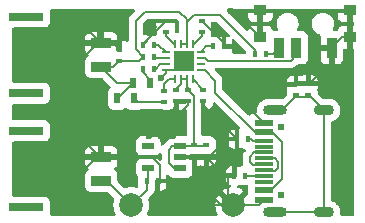
<source format=gbr>
%TF.GenerationSoftware,KiCad,Pcbnew,6.0.10-86aedd382b~118~ubuntu20.04.1*%
%TF.CreationDate,2023-02-01T15:49:50-08:00*%
%TF.ProjectId,CAD,4341442e-6b69-4636-9164-5f7063625858,rev?*%
%TF.SameCoordinates,Original*%
%TF.FileFunction,Copper,L1,Top*%
%TF.FilePolarity,Positive*%
%FSLAX46Y46*%
G04 Gerber Fmt 4.6, Leading zero omitted, Abs format (unit mm)*
G04 Created by KiCad (PCBNEW 6.0.10-86aedd382b~118~ubuntu20.04.1) date 2023-02-01 15:49:50*
%MOMM*%
%LPD*%
G01*
G04 APERTURE LIST*
%TA.AperFunction,SMDPad,CuDef*%
%ADD10R,0.600000X0.457778*%
%TD*%
%TA.AperFunction,SMDPad,CuDef*%
%ADD11R,1.700000X0.900000*%
%TD*%
%TA.AperFunction,SMDPad,CuDef*%
%ADD12R,3.000000X0.800000*%
%TD*%
%TA.AperFunction,SMDPad,CuDef*%
%ADD13C,2.000000*%
%TD*%
%TA.AperFunction,SMDPad,CuDef*%
%ADD14R,0.900000X1.800000*%
%TD*%
%TA.AperFunction,SMDPad,CuDef*%
%ADD15R,1.100000X0.929997*%
%TD*%
%TA.AperFunction,SMDPad,CuDef*%
%ADD16R,0.600000X0.380278*%
%TD*%
%TA.AperFunction,SMDPad,CuDef*%
%ADD17R,0.380278X0.600000*%
%TD*%
%TA.AperFunction,SMDPad,CuDef*%
%ADD18R,0.512132X0.950000*%
%TD*%
%TA.AperFunction,SMDPad,CuDef*%
%ADD19R,0.600000X0.417778*%
%TD*%
%TA.AperFunction,SMDPad,CuDef*%
%ADD20R,0.417778X0.600000*%
%TD*%
%TA.AperFunction,SMDPad,CuDef*%
%ADD21R,0.160000X0.800000*%
%TD*%
%TA.AperFunction,SMDPad,CuDef*%
%ADD22R,0.800000X0.160000*%
%TD*%
%TA.AperFunction,SMDPad,CuDef*%
%ADD23R,1.680000X1.680000*%
%TD*%
%TA.AperFunction,SMDPad,CuDef*%
%ADD24R,1.050000X0.600000*%
%TD*%
%TA.AperFunction,WasherPad*%
%ADD25C,0.610000*%
%TD*%
%TA.AperFunction,ComponentPad*%
%ADD26O,2.000000X0.900000*%
%TD*%
%TA.AperFunction,ComponentPad*%
%ADD27O,1.700000X0.900000*%
%TD*%
%TA.AperFunction,SMDPad,CuDef*%
%ADD28R,1.640000X0.600000*%
%TD*%
%TA.AperFunction,SMDPad,CuDef*%
%ADD29R,1.640000X0.300000*%
%TD*%
%TA.AperFunction,ViaPad*%
%ADD30C,0.600000*%
%TD*%
%TA.AperFunction,Conductor*%
%ADD31C,0.200000*%
%TD*%
G04 APERTURE END LIST*
D10*
%TO.P,C2,1*%
%TO.N,BMOUT*%
X76200000Y-160274000D03*
%TO.P,C2,2*%
%TO.N,GND*%
X76200000Y-161271222D03*
%TD*%
D11*
%TO.P,U9,1*%
%TO.N,GND*%
X67325095Y-161305873D03*
%TO.P,U9,2*%
%TO.N,P2V8*%
X67325095Y-163305873D03*
D12*
%TO.P,U9,3*%
%TO.N,N/C*%
X60975083Y-165555809D03*
%TO.P,U9,4*%
X60975083Y-159055936D03*
%TD*%
D13*
%TO.P,,tp*%
%TO.N,P2V8*%
X69850000Y-165354000D03*
%TD*%
D14*
%TO.P,U8,1*%
%TO.N,GND*%
X86832064Y-152046932D03*
%TO.P,U8,2*%
%TO.N,SYSOFF*%
X83832064Y-152046932D03*
%TO.P,U8,3*%
%TO.N,right*%
X82332191Y-152046932D03*
D15*
%TO.P,U8,4*%
%TO.N,GND*%
X80782025Y-151150056D03*
%TO.P,U8,5*%
X80782025Y-148880054D03*
%TO.P,U8,6*%
X88381975Y-148880054D03*
%TO.P,U8,7*%
X88381975Y-151150056D03*
%TD*%
D16*
%TO.P,R3,1*%
%TO.N,GND*%
X72767000Y-149792138D03*
%TO.P,R3,2*%
%TO.N,CE#*%
X72767000Y-150711860D03*
%TD*%
D13*
%TO.P,,tp*%
%TO.N,GND*%
X78486000Y-165354000D03*
%TD*%
D17*
%TO.P,R9,1*%
%TO.N,rid_p1*%
X79504661Y-162864800D03*
%TO.P,R9,2*%
%TO.N,GND*%
X78584939Y-162864800D03*
%TD*%
%TO.P,R5,1*%
%TO.N,EN1*%
X71760861Y-152791999D03*
%TO.P,R5,2*%
%TO.N,VBAT*%
X70841139Y-152791999D03*
%TD*%
D18*
%TO.P,D2,a*%
%TO.N,VBAT*%
X70028066Y-154990800D03*
%TO.P,D2,c*%
%TO.N,good-power-led_c*%
X71465934Y-154990800D03*
%TD*%
D19*
%TO.P,C4,1*%
%TO.N,usb_rid_rid_p1*%
X84836000Y-156053611D03*
%TO.P,C4,2*%
%TO.N,GND*%
X84836000Y-155096389D03*
%TD*%
D11*
%TO.P,U5,1*%
%TO.N,GND*%
X67325095Y-151653873D03*
%TO.P,U5,2*%
%TO.N,VBAT*%
X67325095Y-153653873D03*
D12*
%TO.P,U5,3*%
%TO.N,N/C*%
X60975083Y-155903809D03*
%TO.P,U5,4*%
X60975083Y-149403936D03*
%TD*%
D17*
%TO.P,R2,1*%
%TO.N,PGOOD#*%
X71760861Y-153807999D03*
%TO.P,R2,2*%
%TO.N,good-power-led_c*%
X70841139Y-153807999D03*
%TD*%
D20*
%TO.P,C6,1*%
%TO.N,GND*%
X72106611Y-163322000D03*
%TO.P,C6,2*%
%TO.N,P2V8*%
X71149389Y-163322000D03*
%TD*%
D17*
%TO.P,R8,1*%
%TO.N,ISET*%
X76776139Y-151920000D03*
%TO.P,R8,2*%
%TO.N,GND*%
X77695861Y-151920000D03*
%TD*%
D10*
%TO.P,C1,1*%
%TO.N,BMOUT*%
X75184000Y-160283389D03*
%TO.P,C1,2*%
%TO.N,GND*%
X75184000Y-161280611D03*
%TD*%
D17*
%TO.P,R10,1*%
%TO.N,rid_rid_p1*%
X79707861Y-159766000D03*
%TO.P,R10,2*%
%TO.N,GND*%
X78788139Y-159766000D03*
%TD*%
D21*
%TO.P,U1,1*%
%TO.N,TS*%
X75041000Y-151686000D03*
%TO.P,U1,2*%
%TO.N,VBAT*%
X74541000Y-151686000D03*
%TO.P,U1,3*%
X74041000Y-151686000D03*
%TO.P,U1,4*%
%TO.N,CE#*%
X73541000Y-151686000D03*
D22*
%TO.P,U1,5*%
%TO.N,EN2*%
X72791000Y-152436000D03*
%TO.P,U1,6*%
%TO.N,EN1*%
X72791000Y-152936000D03*
%TO.P,U1,7*%
%TO.N,PGOOD#*%
X72791000Y-153436000D03*
%TO.P,U1,8*%
%TO.N,GND*%
X72791000Y-153936000D03*
D21*
%TO.P,U1,9*%
%TO.N,CHG#*%
X73541000Y-154686000D03*
%TO.P,U1,10*%
%TO.N,BMOUT*%
X74041000Y-154686000D03*
%TO.P,U1,11*%
X74541000Y-154686000D03*
%TO.P,U1,12*%
%TO.N,ILIM*%
X75041000Y-154686000D03*
D22*
%TO.P,U1,13*%
%TO.N,VBUS*%
X75791000Y-153936000D03*
%TO.P,U1,14*%
%TO.N,N/C*%
X75791000Y-153436000D03*
%TO.P,U1,15*%
%TO.N,SYSOFF*%
X75791000Y-152936000D03*
%TO.P,U1,16*%
%TO.N,ISET*%
X75791000Y-152436000D03*
D23*
%TO.P,U1,17*%
%TO.N,GND*%
X74291000Y-153186000D03*
%TD*%
D24*
%TO.P,U2,1*%
%TO.N,BMOUT*%
X73994000Y-162240000D03*
%TO.P,U2,2*%
%TO.N,GND*%
X73994000Y-161290000D03*
%TO.P,U2,3*%
%TO.N,BMOUT*%
X73994000Y-160340000D03*
%TO.P,U2,4*%
%TO.N,N/C*%
X71294000Y-160340000D03*
%TO.P,U2,5*%
%TO.N,P2V8*%
X71294000Y-162240000D03*
%TD*%
D19*
%TO.P,C5,1*%
%TO.N,GND*%
X73656000Y-156572610D03*
%TO.P,C5,2*%
%TO.N,BMOUT*%
X73656000Y-155615388D03*
%TD*%
D17*
%TO.P,R6,1*%
%TO.N,EN2*%
X71760861Y-151775999D03*
%TO.P,R6,2*%
%TO.N,GND*%
X70841139Y-151775999D03*
%TD*%
D16*
%TO.P,R4,1*%
%TO.N,TS*%
X75815000Y-150711860D03*
%TO.P,R4,2*%
%TO.N,GND*%
X75815000Y-149792138D03*
%TD*%
D17*
%TO.P,R12,1*%
%TO.N,right*%
X81231861Y-152527000D03*
%TO.P,R12,2*%
%TO.N,VBAT*%
X80312139Y-152527000D03*
%TD*%
D16*
%TO.P,R1,1*%
%TO.N,CHG#*%
X72640000Y-155682277D03*
%TO.P,R1,2*%
%TO.N,c*%
X72640000Y-156601999D03*
%TD*%
%TO.P,R11,1*%
%TO.N,usb_rid_rid_p1*%
X83820000Y-156034861D03*
%TO.P,R11,2*%
%TO.N,GND*%
X83820000Y-155115139D03*
%TD*%
D25*
%TO.P,J1,*%
%TO.N,*%
X82543000Y-164544500D03*
X82543000Y-158764500D03*
D26*
%TO.P,J1,13*%
%TO.N,usb_rid_rid_p1*%
X82013000Y-165974500D03*
%TO.P,J1,14*%
X82013000Y-157334500D03*
D27*
%TO.P,J1,15*%
X86193000Y-165974500D03*
%TO.P,J1,16*%
X86193000Y-157334500D03*
D28*
%TO.P,J1,A1-B12*%
%TO.N,GND*%
X81097000Y-164904500D03*
%TO.P,J1,A4-B9*%
%TO.N,VBUS*%
X81097000Y-164104500D03*
D29*
%TO.P,J1,A5*%
%TO.N,rid_p1*%
X81097000Y-162904500D03*
%TO.P,J1,A6*%
%TO.N,DP2*%
X81097000Y-161904500D03*
%TO.P,J1,A7*%
%TO.N,DN2*%
X81097000Y-161404500D03*
%TO.P,J1,A8*%
%TO.N,SBU1*%
X81097000Y-160404500D03*
D28*
%TO.P,J1,B1-A12*%
%TO.N,GND*%
X81097000Y-158404500D03*
%TO.P,J1,B4-A9*%
%TO.N,VBUS*%
X81097000Y-159204500D03*
D29*
%TO.P,J1,B5*%
%TO.N,rid_rid_p1*%
X81097000Y-159904500D03*
%TO.P,J1,B6*%
%TO.N,DP2*%
X81097000Y-160904500D03*
%TO.P,J1,B7*%
%TO.N,DN2*%
X81097000Y-162404500D03*
%TO.P,J1,B8*%
%TO.N,SBU2*%
X81097000Y-163404500D03*
%TD*%
D10*
%TO.P,C3,1*%
%TO.N,VBAT*%
X68834000Y-153152611D03*
%TO.P,C3,2*%
%TO.N,GND*%
X68834000Y-152155389D03*
%TD*%
D16*
%TO.P,R13,1*%
%TO.N,BMOUT*%
X74672000Y-155634138D03*
%TO.P,R13,2*%
%TO.N,GND*%
X74672000Y-156553860D03*
%TD*%
%TO.P,R7,1*%
%TO.N,ILIM*%
X75946000Y-155623139D03*
%TO.P,R7,2*%
%TO.N,GND*%
X75946000Y-156542861D03*
%TD*%
D18*
%TO.P,D1,a*%
%TO.N,VBAT*%
X68673866Y-156311600D03*
%TO.P,D1,c*%
%TO.N,c*%
X70111734Y-156311600D03*
%TD*%
D30*
%TO.N,GND*%
X61523936Y-160298063D03*
X62523936Y-160298063D03*
X63523936Y-164298063D03*
X87274400Y-155956000D03*
X61523936Y-162298063D03*
X64627000Y-153654000D03*
X60627000Y-152654000D03*
X60523936Y-161298063D03*
X64523936Y-161298063D03*
X61627000Y-151654000D03*
X73374000Y-159480000D03*
X62523936Y-162298063D03*
X72374000Y-159480000D03*
X76200000Y-163474400D03*
X64627000Y-152654000D03*
X73787000Y-152654000D03*
X72390000Y-154559000D03*
X63523936Y-162298063D03*
X88087200Y-158851600D03*
X71374000Y-157480000D03*
X78867000Y-160909000D03*
X60523936Y-164298063D03*
X64523936Y-164298063D03*
X62523936Y-161298063D03*
X62627000Y-150654000D03*
X74879200Y-165303200D03*
X71374000Y-159480000D03*
X64627000Y-150654000D03*
X72374000Y-157480000D03*
X60627000Y-153654000D03*
X74803000Y-152654000D03*
X72374000Y-158480000D03*
X79502000Y-163931600D03*
X60627000Y-150654000D03*
X64008000Y-157480000D03*
X63627000Y-150654000D03*
X61523936Y-163298063D03*
X61523936Y-164298063D03*
X61627000Y-154654000D03*
X88011000Y-153416000D03*
X60627000Y-151654000D03*
X64523936Y-160298063D03*
X63523936Y-163298063D03*
X73797000Y-153680000D03*
X88087200Y-161747200D03*
X63627000Y-152654000D03*
X87985600Y-164795200D03*
X67056000Y-149987000D03*
X88138000Y-155092400D03*
X63627000Y-154654000D03*
X71807969Y-150751169D03*
X60523936Y-162298063D03*
X73374000Y-157480000D03*
X62627000Y-151654000D03*
X60523936Y-160298063D03*
X61627000Y-153654000D03*
X60627000Y-154654000D03*
X63523936Y-160298063D03*
X62627000Y-154654000D03*
X62523936Y-164298063D03*
X74803000Y-153670000D03*
X61627000Y-152654000D03*
X61627000Y-150654000D03*
X62627000Y-152654000D03*
X71374000Y-158480000D03*
X73374000Y-158480000D03*
X62627000Y-153654000D03*
X61523936Y-161298063D03*
X64312800Y-149504400D03*
X75133200Y-163880800D03*
X64627000Y-154654000D03*
X64523936Y-163298063D03*
X63627000Y-153654000D03*
X86868000Y-154940000D03*
X62523936Y-163298063D03*
X78613000Y-152019000D03*
X63523936Y-161298063D03*
X63627000Y-151654000D03*
X64523936Y-162298063D03*
X72847200Y-165557200D03*
X78282800Y-148945600D03*
X64627000Y-151654000D03*
X60523936Y-163298063D03*
X81915000Y-154559000D03*
%TD*%
D31*
%TO.N,VBUS*%
X81734500Y-159204500D02*
X82586000Y-160056000D01*
X82586000Y-160056000D02*
X82586000Y-163159000D01*
X82586000Y-163159000D02*
X81640500Y-164104500D01*
X81640500Y-164104500D02*
X81097000Y-164104500D01*
X76962000Y-154813000D02*
X76085000Y-153936000D01*
X80337500Y-159204500D02*
X76962000Y-155829000D01*
X81097000Y-159204500D02*
X81734500Y-159204500D01*
X76085000Y-153936000D02*
X75791000Y-153936000D01*
X76962000Y-155829000D02*
X76962000Y-154813000D01*
X81097000Y-159204500D02*
X80337500Y-159204500D01*
%TO.N,GND*%
X78026139Y-164894139D02*
X78486000Y-165354000D01*
X73374000Y-158480000D02*
X73374000Y-158147000D01*
X84836000Y-155223389D02*
X83838750Y-155223389D01*
X68310127Y-151653873D02*
X67325095Y-151653873D01*
X71247000Y-151370138D02*
X70841139Y-151775999D01*
X72263000Y-163165611D02*
X72106611Y-163322000D01*
X79629000Y-149987000D02*
X78587600Y-148945600D01*
X64523936Y-161298063D02*
X64524063Y-161297936D01*
X64008000Y-157480000D02*
X64008000Y-155035000D01*
X78026139Y-162814000D02*
X77742778Y-162814000D01*
X74879200Y-165303200D02*
X74930000Y-165354000D01*
X78584939Y-162864800D02*
X78076939Y-162864800D01*
X71643873Y-161305873D02*
X72263000Y-161925000D01*
X80782025Y-151140025D02*
X79629000Y-149987000D01*
X78076939Y-162864800D02*
X78026139Y-162814000D01*
X73787000Y-156703610D02*
X73656000Y-156572610D01*
X83838750Y-155223389D02*
X83820000Y-155242139D01*
X87728940Y-151150056D02*
X86832064Y-152046932D01*
X67040127Y-151653873D02*
X65040000Y-153654000D01*
X65627127Y-151653873D02*
X64627000Y-152654000D01*
X60523936Y-160298063D02*
X60523936Y-162885063D01*
X72106611Y-163322000D02*
X72898000Y-163322000D01*
X60627000Y-154654000D02*
X64627000Y-154654000D01*
X64523936Y-161298063D02*
X60523936Y-161298063D01*
X72263000Y-161925000D02*
X72263000Y-163165611D01*
X60627000Y-153241000D02*
X60627000Y-152654000D01*
X88011000Y-154965400D02*
X88138000Y-155092400D01*
X64523936Y-163965063D02*
X64523936Y-163298063D01*
X88381975Y-153045025D02*
X88011000Y-153416000D01*
X80782025Y-151150056D02*
X80782025Y-151140025D01*
X78514000Y-151920000D02*
X78613000Y-152019000D01*
X88381975Y-151150056D02*
X88381975Y-153045025D01*
X77695861Y-151920000D02*
X78514000Y-151920000D01*
X88381975Y-151150056D02*
X87728940Y-151150056D01*
X76472778Y-161271222D02*
X76200000Y-161271222D01*
X60627000Y-150654000D02*
X60627000Y-153241000D01*
X83820000Y-155242139D02*
X81866861Y-155242139D01*
X75946000Y-156542861D02*
X75946000Y-156923861D01*
X84836000Y-155096389D02*
X86711611Y-155096389D01*
X64936936Y-163298063D02*
X64523936Y-163298063D01*
X82598139Y-155242139D02*
X81915000Y-154559000D01*
X88381975Y-148880054D02*
X88381975Y-151150056D01*
X73374000Y-157480000D02*
X71374000Y-157480000D01*
X78587600Y-148945600D02*
X78282800Y-148945600D01*
X70841139Y-151775999D02*
X70841139Y-151717999D01*
X64627000Y-150654000D02*
X60627000Y-154654000D01*
X66573400Y-149504400D02*
X67056000Y-149987000D01*
X67056000Y-151384778D02*
X67325095Y-151653873D01*
X78788139Y-159766000D02*
X77978000Y-159766000D01*
X72791000Y-154158000D02*
X72390000Y-154559000D01*
X75946000Y-156923861D02*
X78788139Y-159766000D01*
X60523936Y-162885063D02*
X60523936Y-164298063D01*
X88138000Y-155092400D02*
X87274400Y-155956000D01*
X65040000Y-153654000D02*
X64627000Y-153654000D01*
X68332484Y-151653873D02*
X68834000Y-152155389D01*
X74625200Y-165557200D02*
X74879200Y-165303200D01*
X64627000Y-154321000D02*
X64627000Y-153654000D01*
X75815000Y-149792138D02*
X77695861Y-151672999D01*
X71374000Y-157480000D02*
X71374000Y-159480000D01*
X60523936Y-162885063D02*
X60523936Y-162298063D01*
X64627000Y-150654000D02*
X60627000Y-150654000D01*
X64555936Y-160266063D02*
X64523936Y-160298063D01*
X67056000Y-149987000D02*
X67056000Y-151384778D01*
X60627000Y-152654000D02*
X64627000Y-152654000D01*
X78788139Y-160830139D02*
X78867000Y-160909000D01*
X64627127Y-151653873D02*
X67325095Y-151653873D01*
X86832064Y-152046932D02*
X86832064Y-153227325D01*
X66937063Y-161297936D02*
X64936936Y-163298063D01*
X80782025Y-148880054D02*
X80782025Y-151150056D01*
X74672000Y-156849000D02*
X74672000Y-156553860D01*
X88011000Y-153416000D02*
X88011000Y-154965400D01*
X64523936Y-160298063D02*
X60523936Y-164298063D01*
X70841139Y-151717999D02*
X71807969Y-150751169D01*
X64523936Y-164298063D02*
X64523936Y-163965063D01*
X67325095Y-151653873D02*
X68332484Y-151653873D01*
X73674750Y-156553860D02*
X73656000Y-156572610D01*
X66420222Y-150749000D02*
X67325095Y-151653873D01*
X78486000Y-165354000D02*
X80647500Y-165354000D01*
X64627000Y-154654000D02*
X64627000Y-154321000D01*
X81866861Y-155242139D02*
X80264000Y-156845000D01*
X86711611Y-155096389D02*
X86868000Y-154940000D01*
X71374000Y-159480000D02*
X73374000Y-157480000D01*
X60627000Y-153241000D02*
X60627000Y-154654000D01*
X79502000Y-164338000D02*
X78486000Y-165354000D01*
X73797000Y-153680000D02*
X74291000Y-153186000D01*
X67564000Y-151414968D02*
X67325095Y-151653873D01*
X78026139Y-162814000D02*
X78026139Y-164894139D01*
X73374000Y-157480000D02*
X73374000Y-157258000D01*
X60627000Y-150654000D02*
X64627000Y-154654000D01*
X65524063Y-161297936D02*
X64523936Y-162298063D01*
X73787000Y-156845000D02*
X73787000Y-156703610D01*
X67222031Y-161297936D02*
X66190158Y-160266063D01*
X75133200Y-163880800D02*
X75793600Y-163880800D01*
X64524063Y-161297936D02*
X67222031Y-161297936D01*
X64659000Y-150622000D02*
X64627000Y-150654000D01*
X60523936Y-162298063D02*
X64523936Y-162298063D01*
X83820000Y-155242139D02*
X82598139Y-155242139D01*
X80264000Y-156845000D02*
X80264000Y-157571500D01*
X80264000Y-157571500D02*
X81097000Y-158404500D01*
X78788139Y-159766000D02*
X78788139Y-160830139D01*
X88087200Y-158851600D02*
X88087200Y-161747200D01*
X67325095Y-151653873D02*
X65627127Y-151653873D01*
X76181222Y-161290000D02*
X76200000Y-161271222D01*
X78486000Y-165354000D02*
X77470000Y-165354000D01*
X73374000Y-157258000D02*
X73787000Y-156845000D01*
X60523936Y-160298063D02*
X64523936Y-164298063D01*
X64008000Y-155035000D02*
X63627000Y-154654000D01*
X73994000Y-161290000D02*
X76181222Y-161290000D01*
X67325095Y-161305873D02*
X71643873Y-161305873D01*
X76200000Y-164084000D02*
X76200000Y-163474400D01*
X77978000Y-159766000D02*
X76472778Y-161271222D01*
X72767000Y-149792138D02*
X71807969Y-150751169D01*
X60523936Y-164298063D02*
X64523936Y-164298063D01*
X80647500Y-165354000D02*
X81097000Y-164904500D01*
X64627000Y-154321000D02*
X64627000Y-150654000D01*
X77742778Y-162814000D02*
X76200000Y-161271222D01*
X79502000Y-163931600D02*
X79502000Y-164338000D01*
X72791000Y-153936000D02*
X72791000Y-154158000D01*
X71374000Y-159480000D02*
X73374000Y-159480000D01*
X72791000Y-153936000D02*
X73541000Y-153936000D01*
X74672000Y-156553860D02*
X73674750Y-156553860D01*
X64627000Y-150654000D02*
X64722000Y-150749000D01*
X64722000Y-150749000D02*
X66420222Y-150749000D01*
X77470000Y-165354000D02*
X76200000Y-164084000D01*
X74930000Y-165354000D02*
X78486000Y-165354000D01*
X72847200Y-165557200D02*
X74625200Y-165557200D01*
X75793600Y-163880800D02*
X76200000Y-163474400D01*
X64627000Y-151654000D02*
X64627127Y-151653873D01*
X67325095Y-151653873D02*
X67040127Y-151653873D01*
X86832064Y-153227325D02*
X84836000Y-155223389D01*
X64523936Y-163965063D02*
X64523936Y-160298063D01*
X73541000Y-153936000D02*
X73797000Y-153680000D01*
X64627000Y-153654000D02*
X60627000Y-153654000D01*
X73374000Y-158147000D02*
X74672000Y-156849000D01*
X72898000Y-163322000D02*
X74879200Y-165303200D01*
X73374000Y-159480000D02*
X73374000Y-157480000D01*
X76200000Y-163474400D02*
X76200000Y-161271222D01*
X64523936Y-160298063D02*
X60523936Y-160298063D01*
X64627000Y-151654000D02*
X60627000Y-151654000D01*
X66190158Y-160266063D02*
X64555936Y-160266063D01*
X64523936Y-163298063D02*
X60523936Y-163298063D01*
X64312800Y-149504400D02*
X66573400Y-149504400D01*
%TO.N,BMOUT*%
X74672000Y-155452000D02*
X74541000Y-155321000D01*
X74672000Y-155634138D02*
X74672000Y-155452000D01*
X73994000Y-160340000D02*
X76134000Y-160340000D01*
X73025000Y-161798000D02*
X73467000Y-162240000D01*
X74541000Y-154686000D02*
X74041000Y-154686000D01*
X75184000Y-156146138D02*
X74672000Y-155634138D01*
X73340000Y-160340000D02*
X73025000Y-160655000D01*
X73025000Y-160655000D02*
X73025000Y-161798000D01*
X73656000Y-155615388D02*
X73656000Y-155502800D01*
X76134000Y-160340000D02*
X76200000Y-160274000D01*
X73994000Y-160340000D02*
X73340000Y-160340000D01*
X73656000Y-155502800D02*
X74041000Y-155117800D01*
X73467000Y-162240000D02*
X73994000Y-162240000D01*
X75184000Y-160283389D02*
X75184000Y-156146138D01*
X74041000Y-155117800D02*
X74041000Y-154686000D01*
X74541000Y-155321000D02*
X74541000Y-154686000D01*
%TO.N,P2V8*%
X67325095Y-163305873D02*
X67801873Y-163305873D01*
X71294000Y-162240000D02*
X71294000Y-163177389D01*
X71294000Y-163177389D02*
X71149389Y-163322000D01*
X71149389Y-164054611D02*
X71149389Y-163322000D01*
X69850000Y-165354000D02*
X71149389Y-164054611D01*
X67801873Y-163305873D02*
X69850000Y-165354000D01*
%TO.N,VBAT*%
X67325095Y-153653873D02*
X68662022Y-154990800D01*
X77343000Y-149225000D02*
X75184000Y-149225000D01*
X70231000Y-149733000D02*
X70993000Y-148971000D01*
X74541000Y-151686000D02*
X74041000Y-151686000D01*
X70480527Y-153152611D02*
X70841139Y-152791999D01*
X68662022Y-154990800D02*
X70028066Y-154990800D01*
X67325095Y-153653873D02*
X68332738Y-153653873D01*
X68707266Y-156311600D02*
X70028066Y-154990800D01*
X68332738Y-153653873D02*
X68834000Y-153152611D01*
X70841139Y-152791999D02*
X70231000Y-152181860D01*
X80312139Y-152194139D02*
X77343000Y-149225000D01*
X73914000Y-148971000D02*
X74541000Y-149598000D01*
X74541000Y-149598000D02*
X74541000Y-149868000D01*
X80312139Y-152527000D02*
X80312139Y-152194139D01*
X70993000Y-148971000D02*
X73914000Y-148971000D01*
X68673866Y-156311600D02*
X68707266Y-156311600D01*
X74541000Y-149868000D02*
X74541000Y-151686000D01*
X68834000Y-153152611D02*
X70480527Y-153152611D01*
X70231000Y-152181860D02*
X70231000Y-149733000D01*
X75184000Y-149225000D02*
X74541000Y-149868000D01*
%TO.N,DP2*%
X81076500Y-161925000D02*
X81097000Y-161904500D01*
X81097000Y-160904500D02*
X80268500Y-160904500D01*
X79883000Y-161671000D02*
X80137000Y-161925000D01*
X79883000Y-161290000D02*
X79883000Y-161671000D01*
X80268500Y-160904500D02*
X79883000Y-161290000D01*
X80137000Y-161925000D02*
X81076500Y-161925000D01*
%TO.N,CE#*%
X73541000Y-151686000D02*
X73446000Y-151686000D01*
X73446000Y-151686000D02*
X72767000Y-151007000D01*
X72767000Y-151007000D02*
X72767000Y-150711860D01*
%TO.N,TS*%
X75184000Y-151686000D02*
X75815000Y-151055000D01*
X75815000Y-151055000D02*
X75815000Y-150711860D01*
X75041000Y-151686000D02*
X75184000Y-151686000D01*
%TO.N,EN1*%
X71904862Y-152936000D02*
X71760861Y-152791999D01*
X72791000Y-152936000D02*
X71904862Y-152936000D01*
%TO.N,rid_p1*%
X79544361Y-162904500D02*
X79504661Y-162864800D01*
X81097000Y-162904500D02*
X79544361Y-162904500D01*
%TO.N,rid_rid_p1*%
X80148500Y-159904500D02*
X81097000Y-159904500D01*
X79707861Y-159766000D02*
X80010000Y-159766000D01*
X80010000Y-159766000D02*
X80148500Y-159904500D01*
%TO.N,EN2*%
X72791000Y-152428000D02*
X72138999Y-151775999D01*
X72791000Y-152436000D02*
X72791000Y-152428000D01*
X72138999Y-151775999D02*
X71760861Y-151775999D01*
%TO.N,ILIM*%
X75041000Y-154686000D02*
X75041000Y-154718139D01*
X75041000Y-154718139D02*
X75946000Y-155623139D01*
%TO.N,ISET*%
X76776139Y-151920000D02*
X76220000Y-151920000D01*
X75821000Y-152319000D02*
X75821000Y-152436000D01*
X76220000Y-151920000D02*
X75821000Y-152319000D01*
%TO.N,c*%
X72640000Y-156601999D02*
X70402133Y-156601999D01*
X70402133Y-156601999D02*
X70111734Y-156311600D01*
%TO.N,good-power-led_c*%
X71465934Y-154990800D02*
X71465934Y-154727134D01*
X71465934Y-154727134D02*
X70841139Y-154102339D01*
X70841139Y-154102339D02*
X70841139Y-153807999D01*
%TO.N,CHG#*%
X72640000Y-155682277D02*
X72640000Y-155119000D01*
X72640000Y-155119000D02*
X73073000Y-154686000D01*
X73073000Y-154686000D02*
X73541000Y-154686000D01*
%TO.N,right*%
X81852123Y-152527000D02*
X82332191Y-152046932D01*
X81231861Y-152527000D02*
X81852123Y-152527000D01*
%TO.N,PGOOD#*%
X71760861Y-153807999D02*
X71919001Y-153807999D01*
X71919001Y-153807999D02*
X72291000Y-153436000D01*
X72291000Y-153436000D02*
X72791000Y-153436000D01*
%TO.N,usb_rid_rid_p1*%
X84836000Y-156180611D02*
X85039111Y-156180611D01*
X84836000Y-156180611D02*
X83838750Y-156180611D01*
X86193000Y-157334500D02*
X86193000Y-165974500D01*
X85039111Y-156180611D02*
X86193000Y-157334500D01*
X83838750Y-156180611D02*
X83820000Y-156161861D01*
X82647361Y-157334500D02*
X83820000Y-156161861D01*
X82013000Y-157334500D02*
X82647361Y-157334500D01*
X86193000Y-165974500D02*
X82013000Y-165974500D01*
%TO.N,DN2*%
X81125500Y-162433000D02*
X81097000Y-162404500D01*
X82296000Y-162179000D02*
X82042000Y-162433000D01*
X81097000Y-161404500D02*
X82029500Y-161404500D01*
X82296000Y-161671000D02*
X82296000Y-162179000D01*
X82029500Y-161404500D02*
X82296000Y-161671000D01*
X82042000Y-162433000D02*
X81125500Y-162433000D01*
%TO.N,SYSOFF*%
X83337068Y-153136932D02*
X83832064Y-152641936D01*
X83832064Y-152641936D02*
X83832064Y-152046932D01*
X75791000Y-152936000D02*
X76111000Y-152936000D01*
X76111000Y-152936000D02*
X76311932Y-153136932D01*
X76311932Y-153136932D02*
X83337068Y-153136932D01*
%TD*%
%TA.AperFunction,Conductor*%
%TO.N,GND*%
G36*
X76078260Y-156372724D02*
G01*
X76124753Y-156426380D01*
X76136139Y-156478722D01*
X76136139Y-157222884D01*
X76140614Y-157238123D01*
X76142004Y-157239328D01*
X76149687Y-157240999D01*
X76290669Y-157240999D01*
X76297490Y-157240629D01*
X76348352Y-157235105D01*
X76363604Y-157231479D01*
X76484054Y-157186324D01*
X76499649Y-157177786D01*
X76601724Y-157101285D01*
X76614285Y-157088724D01*
X76690786Y-156986649D01*
X76699324Y-156971054D01*
X76744478Y-156850606D01*
X76748105Y-156835351D01*
X76753631Y-156784486D01*
X76753945Y-156778687D01*
X76777601Y-156711748D01*
X76833692Y-156668224D01*
X76904410Y-156661934D01*
X76968856Y-156696405D01*
X79027163Y-158754712D01*
X79061189Y-158817024D01*
X79056124Y-158887839D01*
X79013577Y-158944675D01*
X78983556Y-158959703D01*
X78979949Y-158963865D01*
X78978278Y-158971548D01*
X78978278Y-160555884D01*
X78982753Y-160571123D01*
X78984143Y-160572328D01*
X78991826Y-160573999D01*
X79022947Y-160573999D01*
X79029768Y-160573629D01*
X79080630Y-160568105D01*
X79095881Y-160564479D01*
X79203058Y-160524300D01*
X79273865Y-160519117D01*
X79291512Y-160524298D01*
X79407406Y-160567745D01*
X79449594Y-160572328D01*
X79450211Y-160572395D01*
X79515773Y-160599637D01*
X79556199Y-160658000D01*
X79558654Y-160728954D01*
X79525698Y-160786753D01*
X79486766Y-160825685D01*
X79474375Y-160836552D01*
X79449013Y-160856013D01*
X79424526Y-160887925D01*
X79424523Y-160887928D01*
X79404434Y-160914108D01*
X79359469Y-160972708D01*
X79351476Y-160983124D01*
X79297482Y-161113477D01*
X79290162Y-161131150D01*
X79274500Y-161250115D01*
X79274500Y-161250120D01*
X79269250Y-161290000D01*
X79271291Y-161305500D01*
X79273422Y-161321690D01*
X79274500Y-161338136D01*
X79274500Y-161622864D01*
X79273422Y-161639307D01*
X79269250Y-161671000D01*
X79270328Y-161679189D01*
X79274500Y-161710880D01*
X79274500Y-161710884D01*
X79285969Y-161797998D01*
X79285969Y-161798000D01*
X79287202Y-161807363D01*
X79290162Y-161829851D01*
X79308233Y-161873479D01*
X79314560Y-161888753D01*
X79322149Y-161959343D01*
X79290370Y-162022830D01*
X79229312Y-162059057D01*
X79212449Y-162062110D01*
X79212065Y-162062201D01*
X79204206Y-162063055D01*
X79088316Y-162106500D01*
X79017511Y-162111683D01*
X78999858Y-162106500D01*
X78892684Y-162066322D01*
X78877429Y-162062695D01*
X78826564Y-162057169D01*
X78819750Y-162056800D01*
X78793193Y-162056800D01*
X78777954Y-162061275D01*
X78776749Y-162062665D01*
X78775078Y-162070348D01*
X78775078Y-162928939D01*
X78755076Y-162997060D01*
X78701420Y-163043553D01*
X78649078Y-163054939D01*
X77904916Y-163054939D01*
X77889677Y-163059414D01*
X77888472Y-163060804D01*
X77886801Y-163068487D01*
X77886801Y-163209469D01*
X77887171Y-163216290D01*
X77892695Y-163267152D01*
X77896321Y-163282404D01*
X77941476Y-163402854D01*
X77950014Y-163418449D01*
X78026515Y-163520524D01*
X78039076Y-163533085D01*
X78141151Y-163609586D01*
X78156746Y-163618124D01*
X78200860Y-163634662D01*
X78257625Y-163677304D01*
X78282324Y-163743866D01*
X78267116Y-163813215D01*
X78216830Y-163863333D01*
X78186044Y-163875163D01*
X78023373Y-163914217D01*
X78013988Y-163917266D01*
X77803837Y-164004313D01*
X77795042Y-164008795D01*
X77627555Y-164111432D01*
X77618093Y-164121890D01*
X77621876Y-164130666D01*
X78473188Y-164981978D01*
X78487132Y-164989592D01*
X78488965Y-164989461D01*
X78495580Y-164985210D01*
X79347080Y-164133710D01*
X79353840Y-164121330D01*
X79348113Y-164113680D01*
X79176958Y-164008795D01*
X79168163Y-164004313D01*
X78958012Y-163917266D01*
X78948627Y-163914217D01*
X78906583Y-163904123D01*
X78845014Y-163868771D01*
X78812331Y-163805744D01*
X78818911Y-163735053D01*
X78862665Y-163679142D01*
X78891767Y-163663622D01*
X78999858Y-163623100D01*
X79070665Y-163617917D01*
X79088312Y-163623098D01*
X79204206Y-163666545D01*
X79266388Y-163673300D01*
X79642500Y-163673300D01*
X79710621Y-163693302D01*
X79757114Y-163746958D01*
X79768500Y-163799300D01*
X79768500Y-164381478D01*
X79748498Y-164449599D01*
X79720698Y-164473172D01*
X79723519Y-164476267D01*
X79717022Y-164482188D01*
X78575095Y-165624115D01*
X78512783Y-165658141D01*
X78441968Y-165653076D01*
X78396905Y-165624115D01*
X77265710Y-164492920D01*
X77253330Y-164486160D01*
X77245680Y-164491887D01*
X77140795Y-164663042D01*
X77136313Y-164671837D01*
X77049266Y-164881988D01*
X77046217Y-164891373D01*
X76993115Y-165112554D01*
X76991572Y-165122301D01*
X76973725Y-165349070D01*
X76973725Y-165358930D01*
X76991572Y-165585699D01*
X76993115Y-165595446D01*
X77046217Y-165816627D01*
X77049266Y-165826012D01*
X77136313Y-166036163D01*
X77140795Y-166044958D01*
X77143681Y-166049668D01*
X77162218Y-166118202D01*
X77140760Y-166185878D01*
X77086120Y-166231210D01*
X77036247Y-166241500D01*
X71300339Y-166241500D01*
X71232218Y-166221498D01*
X71185725Y-166167842D01*
X71175621Y-166097568D01*
X71192909Y-166049662D01*
X71195652Y-166045186D01*
X71198240Y-166040963D01*
X71203659Y-166027882D01*
X71287211Y-165826167D01*
X71287212Y-165826165D01*
X71289105Y-165821594D01*
X71322606Y-165682053D01*
X71343380Y-165595524D01*
X71343381Y-165595518D01*
X71344535Y-165590711D01*
X71363165Y-165354000D01*
X71344535Y-165117289D01*
X71343072Y-165111192D01*
X71298268Y-164924573D01*
X71289105Y-164886406D01*
X71287210Y-164881832D01*
X71285681Y-164877125D01*
X71287821Y-164876430D01*
X71281236Y-164815123D01*
X71316137Y-164748412D01*
X71545623Y-164518926D01*
X71558014Y-164508059D01*
X71576826Y-164493624D01*
X71583376Y-164488598D01*
X71607863Y-164456686D01*
X71607867Y-164456682D01*
X71680913Y-164361487D01*
X71742227Y-164213462D01*
X71744044Y-164214214D01*
X71775404Y-164162765D01*
X71839264Y-164131744D01*
X71860158Y-164130000D01*
X71879607Y-164130000D01*
X71894846Y-164125525D01*
X71896051Y-164124135D01*
X71897722Y-164116452D01*
X71897722Y-164111884D01*
X72315500Y-164111884D01*
X72319975Y-164127123D01*
X72321365Y-164128328D01*
X72329048Y-164129999D01*
X72360169Y-164129999D01*
X72366990Y-164129629D01*
X72417852Y-164124105D01*
X72433104Y-164120479D01*
X72553554Y-164075324D01*
X72569149Y-164066786D01*
X72671224Y-163990285D01*
X72683785Y-163977724D01*
X72760286Y-163875649D01*
X72768824Y-163860054D01*
X72813978Y-163739606D01*
X72817605Y-163724351D01*
X72823131Y-163673484D01*
X72823500Y-163666672D01*
X72823500Y-163549004D01*
X72819025Y-163533765D01*
X72817635Y-163532560D01*
X72809952Y-163530889D01*
X72333615Y-163530889D01*
X72318376Y-163535364D01*
X72317171Y-163536754D01*
X72315500Y-163544437D01*
X72315500Y-164111884D01*
X71897722Y-164111884D01*
X71897722Y-163261825D01*
X71898800Y-163245381D01*
X71901790Y-163222667D01*
X71930511Y-163157739D01*
X71989776Y-163118646D01*
X72026712Y-163113111D01*
X72805384Y-163113111D01*
X72820623Y-163108636D01*
X72821828Y-163107246D01*
X72823499Y-163099563D01*
X72823499Y-162977331D01*
X72823129Y-162970510D01*
X72816752Y-162911793D01*
X72818858Y-162911564D01*
X72821993Y-162851612D01*
X72863443Y-162793972D01*
X72929476Y-162767891D01*
X72999127Y-162781651D01*
X73041697Y-162817810D01*
X73105739Y-162903261D01*
X73222295Y-162990615D01*
X73358684Y-163041745D01*
X73420866Y-163048500D01*
X74567134Y-163048500D01*
X74629316Y-163041745D01*
X74765705Y-162990615D01*
X74882261Y-162903261D01*
X74969615Y-162786705D01*
X75018409Y-162656546D01*
X77886800Y-162656546D01*
X77891275Y-162671785D01*
X77892665Y-162672990D01*
X77900348Y-162674661D01*
X78376685Y-162674661D01*
X78391924Y-162670186D01*
X78393129Y-162668796D01*
X78394800Y-162661113D01*
X78394800Y-162074916D01*
X78390325Y-162059677D01*
X78388935Y-162058472D01*
X78381252Y-162056801D01*
X78350131Y-162056801D01*
X78343310Y-162057171D01*
X78292448Y-162062695D01*
X78277196Y-162066321D01*
X78156746Y-162111476D01*
X78141151Y-162120014D01*
X78039076Y-162196515D01*
X78026515Y-162209076D01*
X77950014Y-162311151D01*
X77941476Y-162326746D01*
X77896322Y-162447194D01*
X77892695Y-162462449D01*
X77887169Y-162513314D01*
X77886800Y-162520128D01*
X77886800Y-162656546D01*
X75018409Y-162656546D01*
X75020745Y-162650316D01*
X75027500Y-162588134D01*
X75027500Y-161999384D01*
X75412889Y-161999384D01*
X75417364Y-162014623D01*
X75418754Y-162015828D01*
X75426437Y-162017499D01*
X75528669Y-162017499D01*
X75535490Y-162017129D01*
X75586352Y-162011605D01*
X75601600Y-162007980D01*
X75660291Y-161985977D01*
X75731098Y-161980794D01*
X75748753Y-161985977D01*
X75782397Y-161998590D01*
X75797649Y-162002216D01*
X75848514Y-162007742D01*
X75855328Y-162008111D01*
X75952996Y-162008111D01*
X75968235Y-162003636D01*
X75969440Y-162002246D01*
X75971111Y-161994563D01*
X75971111Y-161989995D01*
X76428889Y-161989995D01*
X76433364Y-162005234D01*
X76434754Y-162006439D01*
X76442437Y-162008110D01*
X76544669Y-162008110D01*
X76551490Y-162007740D01*
X76602352Y-162002216D01*
X76617604Y-161998590D01*
X76738054Y-161953435D01*
X76753649Y-161944897D01*
X76855724Y-161868396D01*
X76868285Y-161855835D01*
X76944786Y-161753760D01*
X76953324Y-161738165D01*
X76998478Y-161617717D01*
X77002105Y-161602462D01*
X77007631Y-161551597D01*
X77008000Y-161544783D01*
X77008000Y-161518226D01*
X77003525Y-161502987D01*
X77002135Y-161501782D01*
X76994452Y-161500111D01*
X76447004Y-161500111D01*
X76431765Y-161504586D01*
X76430560Y-161505976D01*
X76428889Y-161513659D01*
X76428889Y-161989995D01*
X75971111Y-161989995D01*
X75971111Y-161527615D01*
X75966636Y-161512376D01*
X75965246Y-161511171D01*
X75957563Y-161509500D01*
X75431004Y-161509500D01*
X75415765Y-161513975D01*
X75414560Y-161515365D01*
X75412889Y-161523048D01*
X75412889Y-161999384D01*
X75027500Y-161999384D01*
X75027500Y-161891866D01*
X75020745Y-161829684D01*
X74969615Y-161693295D01*
X74969374Y-161692974D01*
X74955111Y-161637218D01*
X74955111Y-161562115D01*
X74950636Y-161546876D01*
X74949246Y-161545671D01*
X74941563Y-161544000D01*
X74880553Y-161544000D01*
X74812432Y-161523998D01*
X74804988Y-161518826D01*
X74794774Y-161511171D01*
X74765705Y-161489385D01*
X74629316Y-161438255D01*
X74567134Y-161431500D01*
X73866000Y-161431500D01*
X73797879Y-161411498D01*
X73751386Y-161357842D01*
X73740000Y-161305500D01*
X73740000Y-161274500D01*
X73760002Y-161206379D01*
X73813658Y-161159886D01*
X73866000Y-161148500D01*
X74567134Y-161148500D01*
X74629316Y-161141745D01*
X74765705Y-161090615D01*
X74804988Y-161061174D01*
X74871494Y-161036326D01*
X74880553Y-161036000D01*
X75009654Y-161036000D01*
X75041008Y-161045206D01*
X75041441Y-161043215D01*
X75080548Y-161051722D01*
X75333885Y-161051722D01*
X75348478Y-161047437D01*
X75383976Y-161042333D01*
X76989884Y-161042333D01*
X77005123Y-161037858D01*
X77006328Y-161036468D01*
X77007999Y-161028785D01*
X77007999Y-160997664D01*
X77007629Y-160990843D01*
X77002105Y-160939981D01*
X76998479Y-160924730D01*
X76958300Y-160817553D01*
X76953117Y-160746746D01*
X76958300Y-160729093D01*
X76958353Y-160728954D01*
X77001745Y-160613205D01*
X77008500Y-160551023D01*
X77008500Y-160110669D01*
X78090001Y-160110669D01*
X78090371Y-160117490D01*
X78095895Y-160168352D01*
X78099521Y-160183604D01*
X78144676Y-160304054D01*
X78153214Y-160319649D01*
X78229715Y-160421724D01*
X78242276Y-160434285D01*
X78344351Y-160510786D01*
X78359946Y-160519324D01*
X78480394Y-160564478D01*
X78495649Y-160568105D01*
X78546514Y-160573631D01*
X78553328Y-160574000D01*
X78579885Y-160574000D01*
X78595124Y-160569525D01*
X78596329Y-160568135D01*
X78598000Y-160560452D01*
X78598000Y-159974254D01*
X78593525Y-159959015D01*
X78592135Y-159957810D01*
X78584452Y-159956139D01*
X78108116Y-159956139D01*
X78092877Y-159960614D01*
X78091672Y-159962004D01*
X78090001Y-159969687D01*
X78090001Y-160110669D01*
X77008500Y-160110669D01*
X77008500Y-159996977D01*
X77001745Y-159934795D01*
X76950615Y-159798406D01*
X76863261Y-159681850D01*
X76746705Y-159594496D01*
X76648675Y-159557746D01*
X78090000Y-159557746D01*
X78094475Y-159572985D01*
X78095865Y-159574190D01*
X78103548Y-159575861D01*
X78579885Y-159575861D01*
X78595124Y-159571386D01*
X78596329Y-159569996D01*
X78598000Y-159562313D01*
X78598000Y-158976116D01*
X78593525Y-158960877D01*
X78592135Y-158959672D01*
X78584452Y-158958001D01*
X78553331Y-158958001D01*
X78546510Y-158958371D01*
X78495648Y-158963895D01*
X78480396Y-158967521D01*
X78359946Y-159012676D01*
X78344351Y-159021214D01*
X78242276Y-159097715D01*
X78229715Y-159110276D01*
X78153214Y-159212351D01*
X78144676Y-159227946D01*
X78099522Y-159348394D01*
X78095895Y-159363649D01*
X78090369Y-159414514D01*
X78090000Y-159421328D01*
X78090000Y-159557746D01*
X76648675Y-159557746D01*
X76610316Y-159543366D01*
X76548134Y-159536611D01*
X75918500Y-159536611D01*
X75850379Y-159516609D01*
X75803886Y-159462953D01*
X75792500Y-159410611D01*
X75792500Y-156478722D01*
X75812502Y-156410601D01*
X75866158Y-156364108D01*
X75918500Y-156352722D01*
X76010139Y-156352722D01*
X76078260Y-156372724D01*
G37*
%TD.AperFunction*%
%TA.AperFunction,Conductor*%
G36*
X70108882Y-148778502D02*
G01*
X70155375Y-148832158D01*
X70165479Y-148902432D01*
X70135985Y-148967012D01*
X70129856Y-148973595D01*
X69834766Y-149268685D01*
X69822375Y-149279552D01*
X69797013Y-149299013D01*
X69772526Y-149330925D01*
X69772523Y-149330928D01*
X69772517Y-149330936D01*
X69725314Y-149392452D01*
X69699476Y-149426124D01*
X69643557Y-149561125D01*
X69638162Y-149574150D01*
X69622500Y-149693115D01*
X69622500Y-149693120D01*
X69617250Y-149733000D01*
X69618328Y-149741188D01*
X69621422Y-149764690D01*
X69622500Y-149781136D01*
X69622500Y-151405835D01*
X69602498Y-151473956D01*
X69548842Y-151520449D01*
X69478568Y-151530553D01*
X69420935Y-151506661D01*
X69387648Y-151481714D01*
X69372054Y-151473176D01*
X69251606Y-151428022D01*
X69236351Y-151424395D01*
X69185486Y-151418869D01*
X69178672Y-151418500D01*
X69081004Y-151418500D01*
X69065765Y-151422975D01*
X69064560Y-151424365D01*
X69062889Y-151432048D01*
X69062889Y-152258278D01*
X69042887Y-152326399D01*
X68989231Y-152372892D01*
X68936889Y-152384278D01*
X68731111Y-152384278D01*
X68662990Y-152364276D01*
X68616497Y-152310620D01*
X68605111Y-152258278D01*
X68605111Y-151925988D01*
X68600636Y-151910749D01*
X68599246Y-151909544D01*
X68591563Y-151907873D01*
X65985211Y-151907873D01*
X65969972Y-151912348D01*
X65968767Y-151913738D01*
X65967096Y-151921421D01*
X65967096Y-152148542D01*
X65967466Y-152155363D01*
X65972990Y-152206225D01*
X65976616Y-152221477D01*
X66021771Y-152341927D01*
X66030309Y-152357522D01*
X66106810Y-152459597D01*
X66119371Y-152472158D01*
X66226884Y-152552734D01*
X66269399Y-152609593D01*
X66274425Y-152680411D01*
X66240365Y-152742705D01*
X66226886Y-152754386D01*
X66111834Y-152840612D01*
X66024480Y-152957168D01*
X65973350Y-153093557D01*
X65966595Y-153155739D01*
X65966595Y-154152007D01*
X65973350Y-154214189D01*
X66024480Y-154350578D01*
X66111834Y-154467134D01*
X66228390Y-154554488D01*
X66364779Y-154605618D01*
X66426961Y-154612373D01*
X67370856Y-154612373D01*
X67438977Y-154632375D01*
X67459951Y-154649278D01*
X68082943Y-155272270D01*
X68116969Y-155334582D01*
X68111904Y-155405397D01*
X68069415Y-155462189D01*
X68061723Y-155467954D01*
X68061719Y-155467958D01*
X68054539Y-155473339D01*
X67967185Y-155589895D01*
X67916055Y-155726284D01*
X67909300Y-155788466D01*
X67909300Y-156834734D01*
X67916055Y-156896916D01*
X67967185Y-157033305D01*
X68054539Y-157149861D01*
X68171095Y-157237215D01*
X68307484Y-157288345D01*
X68369666Y-157295100D01*
X68978066Y-157295100D01*
X69040248Y-157288345D01*
X69176637Y-157237215D01*
X69293193Y-157149861D01*
X69298574Y-157142681D01*
X69303705Y-157137550D01*
X69366017Y-157103524D01*
X69436832Y-157108589D01*
X69481895Y-157137550D01*
X69487026Y-157142681D01*
X69492407Y-157149861D01*
X69608963Y-157237215D01*
X69745352Y-157288345D01*
X69807534Y-157295100D01*
X70415934Y-157295100D01*
X70478116Y-157288345D01*
X70614505Y-157237215D01*
X70621691Y-157231829D01*
X70629560Y-157227521D01*
X70631059Y-157230259D01*
X70683054Y-157210826D01*
X70692127Y-157210499D01*
X72008282Y-157210499D01*
X72076403Y-157230501D01*
X72083846Y-157235672D01*
X72086113Y-157237371D01*
X72086116Y-157237373D01*
X72093295Y-157242753D01*
X72229684Y-157293883D01*
X72291866Y-157300638D01*
X72988134Y-157300638D01*
X73050316Y-157293883D01*
X73118674Y-157268257D01*
X73189479Y-157263074D01*
X73207133Y-157268258D01*
X73238391Y-157279976D01*
X73253649Y-157283604D01*
X73304514Y-157289130D01*
X73311328Y-157289499D01*
X73428996Y-157289499D01*
X73444235Y-157285024D01*
X73445440Y-157283634D01*
X73447111Y-157275951D01*
X73447111Y-156859882D01*
X73447848Y-156846275D01*
X73448131Y-156843671D01*
X73448131Y-156843667D01*
X73448500Y-156840272D01*
X73448500Y-156489721D01*
X73468502Y-156421600D01*
X73522158Y-156375107D01*
X73574500Y-156363721D01*
X74449500Y-156363721D01*
X74517621Y-156383723D01*
X74564114Y-156437379D01*
X74575500Y-156489721D01*
X74575500Y-156634002D01*
X74555498Y-156702123D01*
X74521550Y-156731539D01*
X74515942Y-156738011D01*
X74508737Y-156742641D01*
X74501842Y-156748616D01*
X74496120Y-156750750D01*
X74456216Y-156776395D01*
X74420717Y-156781499D01*
X73883004Y-156781499D01*
X73867765Y-156785974D01*
X73866560Y-156787364D01*
X73864889Y-156795047D01*
X73864889Y-157271383D01*
X73869364Y-157286622D01*
X73870754Y-157287827D01*
X73878437Y-157289498D01*
X74000669Y-157289498D01*
X74007490Y-157289128D01*
X74058352Y-157283604D01*
X74073606Y-157279977D01*
X74169787Y-157243921D01*
X74240594Y-157238738D01*
X74248806Y-157241149D01*
X74269643Y-157246104D01*
X74320514Y-157251630D01*
X74327328Y-157251999D01*
X74449500Y-157251999D01*
X74517621Y-157272001D01*
X74564114Y-157325657D01*
X74575500Y-157377999D01*
X74575500Y-159405500D01*
X74555498Y-159473621D01*
X74501842Y-159520114D01*
X74449500Y-159531500D01*
X73420866Y-159531500D01*
X73358684Y-159538255D01*
X73222295Y-159589385D01*
X73105739Y-159676739D01*
X73018385Y-159793295D01*
X73015234Y-159801699D01*
X73010922Y-159809575D01*
X73008542Y-159808272D01*
X72975828Y-159852441D01*
X72937928Y-159881523D01*
X72937925Y-159881526D01*
X72906013Y-159906013D01*
X72900983Y-159912568D01*
X72886548Y-159931379D01*
X72875681Y-159943770D01*
X72628766Y-160190685D01*
X72616375Y-160201552D01*
X72591013Y-160221013D01*
X72566526Y-160252925D01*
X72566523Y-160252928D01*
X72553461Y-160269951D01*
X72496123Y-160311817D01*
X72425252Y-160316038D01*
X72363350Y-160281273D01*
X72330069Y-160218560D01*
X72327500Y-160193245D01*
X72327500Y-159991866D01*
X72320745Y-159929684D01*
X72269615Y-159793295D01*
X72182261Y-159676739D01*
X72065705Y-159589385D01*
X71929316Y-159538255D01*
X71867134Y-159531500D01*
X70720866Y-159531500D01*
X70658684Y-159538255D01*
X70522295Y-159589385D01*
X70405739Y-159676739D01*
X70318385Y-159793295D01*
X70267255Y-159929684D01*
X70260500Y-159991866D01*
X70260500Y-160688134D01*
X70267255Y-160750316D01*
X70318385Y-160886705D01*
X70405739Y-161003261D01*
X70522295Y-161090615D01*
X70658684Y-161141745D01*
X70720866Y-161148500D01*
X71867134Y-161148500D01*
X71929316Y-161141745D01*
X72065705Y-161090615D01*
X72182261Y-161003261D01*
X72189675Y-160993368D01*
X72192369Y-160991354D01*
X72193992Y-160989731D01*
X72194226Y-160989965D01*
X72246534Y-160950855D01*
X72317353Y-160945830D01*
X72379646Y-160979890D01*
X72413636Y-161042221D01*
X72416500Y-161068935D01*
X72416500Y-161511065D01*
X72396498Y-161579186D01*
X72342842Y-161625679D01*
X72272568Y-161635783D01*
X72207988Y-161606289D01*
X72189677Y-161586635D01*
X72182261Y-161576739D01*
X72065705Y-161489385D01*
X71929316Y-161438255D01*
X71867134Y-161431500D01*
X70720866Y-161431500D01*
X70658684Y-161438255D01*
X70522295Y-161489385D01*
X70405739Y-161576739D01*
X70318385Y-161693295D01*
X70267255Y-161829684D01*
X70260500Y-161891866D01*
X70260500Y-162588134D01*
X70267255Y-162650316D01*
X70318385Y-162786705D01*
X70334149Y-162807739D01*
X70405739Y-162903261D01*
X70403007Y-162905308D01*
X70429121Y-162953130D01*
X70432000Y-162979913D01*
X70432000Y-163670134D01*
X70438755Y-163732316D01*
X70441526Y-163739707D01*
X70442682Y-163742790D01*
X70442870Y-163745358D01*
X70443355Y-163747398D01*
X70443025Y-163747476D01*
X70447865Y-163813597D01*
X70413945Y-163875966D01*
X70351690Y-163910095D01*
X70295286Y-163909539D01*
X70091524Y-163860620D01*
X70091518Y-163860619D01*
X70086711Y-163859465D01*
X69850000Y-163840835D01*
X69613289Y-163859465D01*
X69608482Y-163860619D01*
X69608476Y-163860620D01*
X69462609Y-163895640D01*
X69382406Y-163914895D01*
X69377832Y-163916790D01*
X69373125Y-163918319D01*
X69372430Y-163916179D01*
X69311123Y-163922764D01*
X69244412Y-163887863D01*
X68720500Y-163363951D01*
X68686474Y-163301639D01*
X68683595Y-163274856D01*
X68683595Y-162807739D01*
X68676840Y-162745557D01*
X68625710Y-162609168D01*
X68538356Y-162492612D01*
X68423305Y-162406386D01*
X68380791Y-162349526D01*
X68375766Y-162278708D01*
X68409825Y-162216415D01*
X68423306Y-162204734D01*
X68530819Y-162124158D01*
X68543380Y-162111597D01*
X68619881Y-162009522D01*
X68628419Y-161993927D01*
X68673573Y-161873479D01*
X68677200Y-161858224D01*
X68682726Y-161807359D01*
X68683095Y-161800545D01*
X68683095Y-161577988D01*
X68678620Y-161562749D01*
X68677230Y-161561544D01*
X68669547Y-161559873D01*
X65985211Y-161559873D01*
X65969972Y-161564348D01*
X65968767Y-161565738D01*
X65967096Y-161573421D01*
X65967096Y-161800542D01*
X65967466Y-161807363D01*
X65972990Y-161858225D01*
X65976616Y-161873477D01*
X66021771Y-161993927D01*
X66030309Y-162009522D01*
X66106810Y-162111597D01*
X66119371Y-162124158D01*
X66226884Y-162204734D01*
X66269399Y-162261593D01*
X66274425Y-162332411D01*
X66240365Y-162394705D01*
X66226886Y-162406386D01*
X66111834Y-162492612D01*
X66024480Y-162609168D01*
X65973350Y-162745557D01*
X65966595Y-162807739D01*
X65966595Y-163804007D01*
X65973350Y-163866189D01*
X66024480Y-164002578D01*
X66111834Y-164119134D01*
X66228390Y-164206488D01*
X66364779Y-164257618D01*
X66426961Y-164264373D01*
X67847634Y-164264373D01*
X67915755Y-164284375D01*
X67936729Y-164301278D01*
X68383863Y-164748412D01*
X68417889Y-164810724D01*
X68412017Y-164876377D01*
X68414319Y-164877125D01*
X68412790Y-164881832D01*
X68410895Y-164886406D01*
X68401732Y-164924573D01*
X68356929Y-165111192D01*
X68355465Y-165117289D01*
X68336835Y-165354000D01*
X68355465Y-165590711D01*
X68356619Y-165595518D01*
X68356620Y-165595524D01*
X68377394Y-165682053D01*
X68410895Y-165821594D01*
X68412788Y-165826165D01*
X68412789Y-165826167D01*
X68496342Y-166027882D01*
X68501760Y-166040963D01*
X68504348Y-166045186D01*
X68507091Y-166049662D01*
X68525632Y-166118194D01*
X68504178Y-166185872D01*
X68449540Y-166231207D01*
X68399661Y-166241500D01*
X63092881Y-166241500D01*
X63024760Y-166221498D01*
X62978267Y-166167842D01*
X62968163Y-166097568D01*
X62972347Y-166081237D01*
X62972227Y-166081209D01*
X62974054Y-166073525D01*
X62976828Y-166066125D01*
X62983583Y-166003943D01*
X62983583Y-165107675D01*
X62976828Y-165045493D01*
X62925698Y-164909104D01*
X62838344Y-164792548D01*
X62721788Y-164705194D01*
X62585399Y-164654064D01*
X62523217Y-164647309D01*
X59884500Y-164647309D01*
X59816379Y-164627307D01*
X59769886Y-164573651D01*
X59758500Y-164521309D01*
X59758500Y-161033758D01*
X65967095Y-161033758D01*
X65971570Y-161048997D01*
X65972960Y-161050202D01*
X65980643Y-161051873D01*
X67052980Y-161051873D01*
X67068219Y-161047398D01*
X67069424Y-161046008D01*
X67071095Y-161038325D01*
X67071095Y-161033758D01*
X67579095Y-161033758D01*
X67583570Y-161048997D01*
X67584960Y-161050202D01*
X67592643Y-161051873D01*
X68664979Y-161051873D01*
X68680218Y-161047398D01*
X68681423Y-161046008D01*
X68683094Y-161038325D01*
X68683094Y-160811204D01*
X68682724Y-160804383D01*
X68677200Y-160753521D01*
X68673574Y-160738269D01*
X68628419Y-160617819D01*
X68619881Y-160602224D01*
X68543380Y-160500149D01*
X68530819Y-160487588D01*
X68428744Y-160411087D01*
X68413149Y-160402549D01*
X68292701Y-160357395D01*
X68277446Y-160353768D01*
X68226581Y-160348242D01*
X68219767Y-160347873D01*
X67597210Y-160347873D01*
X67581971Y-160352348D01*
X67580766Y-160353738D01*
X67579095Y-160361421D01*
X67579095Y-161033758D01*
X67071095Y-161033758D01*
X67071095Y-160365989D01*
X67066620Y-160350750D01*
X67065230Y-160349545D01*
X67057547Y-160347874D01*
X66430426Y-160347874D01*
X66423605Y-160348244D01*
X66372743Y-160353768D01*
X66357491Y-160357394D01*
X66237041Y-160402549D01*
X66221446Y-160411087D01*
X66119371Y-160487588D01*
X66106810Y-160500149D01*
X66030309Y-160602224D01*
X66021771Y-160617819D01*
X65976617Y-160738267D01*
X65972990Y-160753522D01*
X65967464Y-160804387D01*
X65967095Y-160811201D01*
X65967095Y-161033758D01*
X59758500Y-161033758D01*
X59758500Y-160090436D01*
X59778502Y-160022315D01*
X59832158Y-159975822D01*
X59884500Y-159964436D01*
X62523217Y-159964436D01*
X62585399Y-159957681D01*
X62721788Y-159906551D01*
X62838344Y-159819197D01*
X62925698Y-159702641D01*
X62976828Y-159566252D01*
X62983583Y-159504070D01*
X62983583Y-158607802D01*
X62976828Y-158545620D01*
X62925698Y-158409231D01*
X62838344Y-158292675D01*
X62721788Y-158205321D01*
X62585399Y-158154191D01*
X62523217Y-158147436D01*
X59884500Y-158147436D01*
X59816379Y-158127434D01*
X59769886Y-158073778D01*
X59758500Y-158021436D01*
X59758500Y-156938309D01*
X59778502Y-156870188D01*
X59832158Y-156823695D01*
X59884500Y-156812309D01*
X62523217Y-156812309D01*
X62585399Y-156805554D01*
X62721788Y-156754424D01*
X62838344Y-156667070D01*
X62925698Y-156550514D01*
X62976828Y-156414125D01*
X62982898Y-156358249D01*
X62983214Y-156355340D01*
X62983583Y-156351943D01*
X62983583Y-155455675D01*
X62976828Y-155393493D01*
X62925698Y-155257104D01*
X62838344Y-155140548D01*
X62721788Y-155053194D01*
X62585399Y-155002064D01*
X62523217Y-154995309D01*
X59884500Y-154995309D01*
X59816379Y-154975307D01*
X59769886Y-154921651D01*
X59758500Y-154869309D01*
X59758500Y-151381758D01*
X65967095Y-151381758D01*
X65971570Y-151396997D01*
X65972960Y-151398202D01*
X65980643Y-151399873D01*
X67052980Y-151399873D01*
X67068219Y-151395398D01*
X67069424Y-151394008D01*
X67071095Y-151386325D01*
X67071095Y-151381758D01*
X67579095Y-151381758D01*
X67583570Y-151396997D01*
X67584960Y-151398202D01*
X67592643Y-151399873D01*
X68586996Y-151399873D01*
X68635995Y-151385486D01*
X68638923Y-151383604D01*
X68655919Y-151381160D01*
X68680218Y-151374025D01*
X68681423Y-151372635D01*
X68683094Y-151364952D01*
X68683094Y-151159204D01*
X68682724Y-151152383D01*
X68677200Y-151101521D01*
X68673574Y-151086269D01*
X68628419Y-150965819D01*
X68619881Y-150950224D01*
X68543380Y-150848149D01*
X68530819Y-150835588D01*
X68428744Y-150759087D01*
X68413149Y-150750549D01*
X68292701Y-150705395D01*
X68277446Y-150701768D01*
X68226581Y-150696242D01*
X68219767Y-150695873D01*
X67597210Y-150695873D01*
X67581971Y-150700348D01*
X67580766Y-150701738D01*
X67579095Y-150709421D01*
X67579095Y-151381758D01*
X67071095Y-151381758D01*
X67071095Y-150713989D01*
X67066620Y-150698750D01*
X67065230Y-150697545D01*
X67057547Y-150695874D01*
X66430426Y-150695874D01*
X66423605Y-150696244D01*
X66372743Y-150701768D01*
X66357491Y-150705394D01*
X66237041Y-150750549D01*
X66221446Y-150759087D01*
X66119371Y-150835588D01*
X66106810Y-150848149D01*
X66030309Y-150950224D01*
X66021771Y-150965819D01*
X65976617Y-151086267D01*
X65972990Y-151101522D01*
X65967464Y-151152387D01*
X65967095Y-151159201D01*
X65967095Y-151381758D01*
X59758500Y-151381758D01*
X59758500Y-150438436D01*
X59778502Y-150370315D01*
X59832158Y-150323822D01*
X59884500Y-150312436D01*
X62523217Y-150312436D01*
X62585399Y-150305681D01*
X62721788Y-150254551D01*
X62838344Y-150167197D01*
X62925698Y-150050641D01*
X62976828Y-149914252D01*
X62983583Y-149852070D01*
X62983583Y-148955802D01*
X62978747Y-148911283D01*
X62977316Y-148898107D01*
X62989845Y-148828224D01*
X63038166Y-148776209D01*
X63102579Y-148758500D01*
X70040761Y-148758500D01*
X70108882Y-148778502D01*
G37*
%TD.AperFunction*%
%TA.AperFunction,Conductor*%
G36*
X88578096Y-148778502D02*
G01*
X88624589Y-148832158D01*
X88635975Y-148884500D01*
X88635975Y-149834936D01*
X88640450Y-149850175D01*
X88641840Y-149851380D01*
X88642282Y-149851476D01*
X88704595Y-149885501D01*
X88738620Y-149947813D01*
X88741500Y-149974597D01*
X88741500Y-150057070D01*
X88721498Y-150125191D01*
X88667842Y-150171684D01*
X88650998Y-150177966D01*
X88638851Y-150181533D01*
X88637646Y-150182923D01*
X88635975Y-150190606D01*
X88635975Y-152104938D01*
X88640450Y-152120177D01*
X88641840Y-152121382D01*
X88642282Y-152121478D01*
X88704595Y-152155503D01*
X88738620Y-152217815D01*
X88741500Y-152244599D01*
X88741500Y-166115500D01*
X88721498Y-166183621D01*
X88667842Y-166230114D01*
X88615500Y-166241500D01*
X87671610Y-166241500D01*
X87603489Y-166221498D01*
X87556996Y-166167842D01*
X87545783Y-166108906D01*
X87554959Y-165933818D01*
X87554959Y-165933813D01*
X87555293Y-165927436D01*
X87526175Y-165734901D01*
X87523972Y-165728915D01*
X87523971Y-165728909D01*
X87461140Y-165558140D01*
X87461138Y-165558135D01*
X87458937Y-165552154D01*
X87356326Y-165386660D01*
X87293059Y-165319756D01*
X87226919Y-165249815D01*
X87226918Y-165249814D01*
X87222534Y-165245178D01*
X87063025Y-165133489D01*
X86884316Y-165056155D01*
X86884696Y-165055276D01*
X86830516Y-165018780D01*
X86802424Y-164953577D01*
X86801500Y-164938343D01*
X86801500Y-158366191D01*
X86821502Y-158298070D01*
X86875158Y-158251577D01*
X86889807Y-158245962D01*
X86972541Y-158220035D01*
X87086321Y-158156965D01*
X87137271Y-158128723D01*
X87137274Y-158128721D01*
X87142850Y-158125630D01*
X87147691Y-158121481D01*
X87147695Y-158121478D01*
X87285855Y-158003060D01*
X87290698Y-157998909D01*
X87410046Y-157845047D01*
X87450779Y-157762268D01*
X87493200Y-157676056D01*
X87496018Y-157670329D01*
X87513714Y-157602395D01*
X87543492Y-157488075D01*
X87543492Y-157488072D01*
X87545102Y-157481893D01*
X87553290Y-157325657D01*
X87554959Y-157293817D01*
X87554959Y-157293813D01*
X87555293Y-157287436D01*
X87527479Y-157103524D01*
X87527130Y-157101215D01*
X87527130Y-157101214D01*
X87526175Y-157094901D01*
X87523972Y-157088915D01*
X87523971Y-157088909D01*
X87461140Y-156918140D01*
X87461138Y-156918135D01*
X87458937Y-156912154D01*
X87397030Y-156812309D01*
X87359688Y-156752082D01*
X87359687Y-156752081D01*
X87356326Y-156746660D01*
X87286151Y-156672451D01*
X87226919Y-156609815D01*
X87222534Y-156605178D01*
X87144466Y-156550514D01*
X87068259Y-156497154D01*
X87063025Y-156493489D01*
X87015013Y-156472712D01*
X86890175Y-156418690D01*
X86890171Y-156418689D01*
X86884316Y-156416155D01*
X86878069Y-156414850D01*
X86878066Y-156414849D01*
X86698443Y-156377324D01*
X86698438Y-156377323D01*
X86693707Y-156376335D01*
X86687315Y-156376000D01*
X86147239Y-156376000D01*
X86079118Y-156355998D01*
X86058144Y-156339095D01*
X85681405Y-155962356D01*
X85647379Y-155900044D01*
X85644500Y-155873261D01*
X85644500Y-155796588D01*
X85637745Y-155734406D01*
X85594300Y-155618516D01*
X85589117Y-155547711D01*
X85594300Y-155530058D01*
X85634478Y-155422884D01*
X85638105Y-155407629D01*
X85643631Y-155356764D01*
X85644000Y-155349950D01*
X85644000Y-155323393D01*
X85639525Y-155308154D01*
X85638135Y-155306949D01*
X85630452Y-155305278D01*
X83030116Y-155305278D01*
X83014877Y-155309753D01*
X83013672Y-155311143D01*
X83012001Y-155318826D01*
X83012001Y-155349947D01*
X83012371Y-155356768D01*
X83017895Y-155407630D01*
X83021521Y-155422881D01*
X83061700Y-155530058D01*
X83066883Y-155600865D01*
X83061702Y-155618512D01*
X83018255Y-155734406D01*
X83011500Y-155796588D01*
X83011500Y-156057622D01*
X82991498Y-156125743D01*
X82974595Y-156146717D01*
X82779107Y-156342205D01*
X82716795Y-156376231D01*
X82673441Y-156376433D01*
X82673244Y-156377948D01*
X82668442Y-156377324D01*
X82663707Y-156376335D01*
X82657315Y-156376000D01*
X81414337Y-156376000D01*
X81345049Y-156383038D01*
X81275622Y-156390090D01*
X81275621Y-156390090D01*
X81269273Y-156390735D01*
X81212939Y-156408389D01*
X81089549Y-156447056D01*
X81089544Y-156447058D01*
X81083459Y-156448965D01*
X81029777Y-156478722D01*
X80918729Y-156540277D01*
X80918726Y-156540279D01*
X80913150Y-156543370D01*
X80908309Y-156547519D01*
X80908305Y-156547522D01*
X80845311Y-156601515D01*
X80765302Y-156670091D01*
X80645954Y-156823953D01*
X80643138Y-156829676D01*
X80643136Y-156829679D01*
X80589684Y-156938309D01*
X80559982Y-156998671D01*
X80558373Y-157004849D01*
X80558372Y-157004851D01*
X80523807Y-157137550D01*
X80510898Y-157187107D01*
X80508192Y-157238738D01*
X80505448Y-157291109D01*
X80500707Y-157381564D01*
X80501663Y-157387882D01*
X80511308Y-157451660D01*
X80501718Y-157522005D01*
X80455618Y-157575999D01*
X80386725Y-157596501D01*
X80232331Y-157596501D01*
X80225510Y-157596871D01*
X80174648Y-157602395D01*
X80159396Y-157606021D01*
X80038946Y-157651176D01*
X80023351Y-157659714D01*
X79921276Y-157736215D01*
X79914615Y-157742876D01*
X79852303Y-157776902D01*
X79781488Y-157771837D01*
X79736425Y-157742876D01*
X77607405Y-155613856D01*
X77573379Y-155551544D01*
X77570500Y-155524761D01*
X77570500Y-154906885D01*
X83012000Y-154906885D01*
X83016475Y-154922124D01*
X83017865Y-154923329D01*
X83025548Y-154925000D01*
X83611746Y-154925000D01*
X83626985Y-154920525D01*
X83628190Y-154919135D01*
X83629861Y-154911452D01*
X83629861Y-154869385D01*
X84010139Y-154869385D01*
X84014614Y-154884624D01*
X84016004Y-154885829D01*
X84023687Y-154887500D01*
X84608996Y-154887500D01*
X84624235Y-154883025D01*
X84625440Y-154881635D01*
X84627111Y-154873952D01*
X84627111Y-154869385D01*
X85044889Y-154869385D01*
X85049364Y-154884624D01*
X85050754Y-154885829D01*
X85058437Y-154887500D01*
X85625884Y-154887500D01*
X85641123Y-154883025D01*
X85642328Y-154881635D01*
X85643999Y-154873952D01*
X85643999Y-154842831D01*
X85643629Y-154836010D01*
X85638105Y-154785148D01*
X85634479Y-154769896D01*
X85589324Y-154649446D01*
X85580786Y-154633851D01*
X85504285Y-154531776D01*
X85491724Y-154519215D01*
X85389649Y-154442714D01*
X85374054Y-154434176D01*
X85253606Y-154389022D01*
X85238351Y-154385395D01*
X85187486Y-154379869D01*
X85180672Y-154379500D01*
X85063004Y-154379500D01*
X85047765Y-154383975D01*
X85046560Y-154385365D01*
X85044889Y-154393048D01*
X85044889Y-154869385D01*
X84627111Y-154869385D01*
X84627111Y-154397616D01*
X84622636Y-154382377D01*
X84621246Y-154381172D01*
X84613563Y-154379501D01*
X84491331Y-154379501D01*
X84484510Y-154379871D01*
X84433648Y-154385395D01*
X84418394Y-154389022D01*
X84322213Y-154425078D01*
X84251406Y-154430261D01*
X84243194Y-154427850D01*
X84222357Y-154422895D01*
X84171486Y-154417369D01*
X84164672Y-154417000D01*
X84028254Y-154417000D01*
X84013015Y-154421475D01*
X84011810Y-154422865D01*
X84010139Y-154430548D01*
X84010139Y-154869385D01*
X83629861Y-154869385D01*
X83629861Y-154435116D01*
X83625386Y-154419877D01*
X83623996Y-154418672D01*
X83616313Y-154417001D01*
X83475331Y-154417001D01*
X83468510Y-154417371D01*
X83417648Y-154422895D01*
X83402396Y-154426521D01*
X83281946Y-154471676D01*
X83266351Y-154480214D01*
X83164276Y-154556715D01*
X83151715Y-154569276D01*
X83075214Y-154671351D01*
X83066676Y-154686946D01*
X83021522Y-154807394D01*
X83017895Y-154822649D01*
X83012369Y-154873514D01*
X83012000Y-154880328D01*
X83012000Y-154906885D01*
X77570500Y-154906885D01*
X77570500Y-154861136D01*
X77571578Y-154844690D01*
X77574672Y-154821188D01*
X77575750Y-154813000D01*
X77570500Y-154773122D01*
X77570500Y-154773115D01*
X77554838Y-154654150D01*
X77493524Y-154506125D01*
X77428780Y-154421749D01*
X77425421Y-154417371D01*
X77420490Y-154410944D01*
X77420465Y-154410913D01*
X77415050Y-154403856D01*
X77395987Y-154379013D01*
X77389432Y-154373983D01*
X77370621Y-154359548D01*
X77358230Y-154348681D01*
X76970076Y-153960527D01*
X76936050Y-153898215D01*
X76941115Y-153827400D01*
X76983662Y-153770564D01*
X77050182Y-153745753D01*
X77059171Y-153745432D01*
X83288932Y-153745432D01*
X83305375Y-153746510D01*
X83337068Y-153750682D01*
X83345257Y-153749604D01*
X83376942Y-153745433D01*
X83376952Y-153745432D01*
X83376953Y-153745432D01*
X83476525Y-153732323D01*
X83487732Y-153730848D01*
X83487734Y-153730847D01*
X83495919Y-153729770D01*
X83643944Y-153668456D01*
X83739140Y-153595409D01*
X83739143Y-153595406D01*
X83771055Y-153570919D01*
X83776261Y-153564134D01*
X83790520Y-153545553D01*
X83801387Y-153533162D01*
X83842212Y-153492337D01*
X83904524Y-153458311D01*
X83931307Y-153455432D01*
X84330198Y-153455432D01*
X84392380Y-153448677D01*
X84528769Y-153397547D01*
X84645325Y-153310193D01*
X84732679Y-153193637D01*
X84783809Y-153057248D01*
X84790564Y-152995066D01*
X84790564Y-152991601D01*
X85874065Y-152991601D01*
X85874435Y-152998422D01*
X85879959Y-153049284D01*
X85883585Y-153064536D01*
X85928740Y-153184986D01*
X85937278Y-153200581D01*
X86013779Y-153302656D01*
X86026340Y-153315217D01*
X86128415Y-153391718D01*
X86144010Y-153400256D01*
X86264458Y-153445410D01*
X86279713Y-153449037D01*
X86330578Y-153454563D01*
X86337392Y-153454932D01*
X86559949Y-153454932D01*
X86575188Y-153450457D01*
X86576393Y-153449067D01*
X86578064Y-153441384D01*
X86578064Y-152319047D01*
X86573589Y-152303808D01*
X86572199Y-152302603D01*
X86564516Y-152300932D01*
X85892180Y-152300932D01*
X85876941Y-152305407D01*
X85875736Y-152306797D01*
X85874065Y-152314480D01*
X85874065Y-152991601D01*
X84790564Y-152991601D01*
X84790564Y-151098798D01*
X84783809Y-151036616D01*
X84732679Y-150900227D01*
X84645325Y-150783671D01*
X84528769Y-150696317D01*
X84392380Y-150645187D01*
X84330198Y-150638432D01*
X84020370Y-150638432D01*
X83952249Y-150618430D01*
X83905756Y-150564774D01*
X83895652Y-150494500D01*
X83905263Y-150461183D01*
X83972010Y-150311267D01*
X83972010Y-150311266D01*
X83974695Y-150305236D01*
X84000687Y-150182953D01*
X84014121Y-150119753D01*
X84014121Y-150119749D01*
X84015493Y-150113296D01*
X85148507Y-150113296D01*
X85149879Y-150119749D01*
X85149879Y-150119753D01*
X85163313Y-150182953D01*
X85189305Y-150305236D01*
X85191990Y-150311266D01*
X85191990Y-150311267D01*
X85264260Y-150473587D01*
X85269118Y-150484499D01*
X85272998Y-150489840D01*
X85272999Y-150489841D01*
X85366788Y-150618931D01*
X85384458Y-150643251D01*
X85389360Y-150647664D01*
X85389361Y-150647666D01*
X85457947Y-150709421D01*
X85530284Y-150774554D01*
X85536005Y-150777857D01*
X85657755Y-150848149D01*
X85700223Y-150872668D01*
X85794485Y-150903296D01*
X85853090Y-150943368D01*
X85880727Y-151008765D01*
X85880811Y-151036736D01*
X85874433Y-151095446D01*
X85874064Y-151102260D01*
X85874064Y-151774817D01*
X85878539Y-151790056D01*
X85879929Y-151791261D01*
X85887612Y-151792932D01*
X86960064Y-151792932D01*
X87028185Y-151812934D01*
X87074678Y-151866590D01*
X87086064Y-151918932D01*
X87086064Y-153436816D01*
X87090539Y-153452055D01*
X87091929Y-153453260D01*
X87099612Y-153454931D01*
X87326733Y-153454931D01*
X87333554Y-153454561D01*
X87384416Y-153449037D01*
X87399668Y-153445411D01*
X87520118Y-153400256D01*
X87535713Y-153391718D01*
X87637788Y-153315217D01*
X87650349Y-153302656D01*
X87726850Y-153200581D01*
X87735388Y-153184986D01*
X87780542Y-153064538D01*
X87784169Y-153049283D01*
X87789695Y-152998418D01*
X87790064Y-152991604D01*
X87790064Y-152249054D01*
X87810066Y-152180933D01*
X87863722Y-152134440D01*
X87916064Y-152123054D01*
X88109860Y-152123054D01*
X88125099Y-152118579D01*
X88126304Y-152117189D01*
X88127975Y-152109506D01*
X88127975Y-150195174D01*
X88123500Y-150179935D01*
X88122110Y-150178730D01*
X88114427Y-150177059D01*
X87787306Y-150177059D01*
X87780485Y-150177429D01*
X87729623Y-150182953D01*
X87714371Y-150186579D01*
X87593921Y-150231734D01*
X87578326Y-150240272D01*
X87476251Y-150316773D01*
X87463690Y-150329334D01*
X87387189Y-150431409D01*
X87378651Y-150447004D01*
X87337354Y-150557162D01*
X87294712Y-150613926D01*
X87228150Y-150638626D01*
X87219373Y-150638932D01*
X87020148Y-150638933D01*
X86952027Y-150618931D01*
X86905534Y-150565276D01*
X86895429Y-150495002D01*
X86905040Y-150461684D01*
X86972010Y-150311267D01*
X86972010Y-150311266D01*
X86974695Y-150305236D01*
X87000687Y-150182953D01*
X87014121Y-150119753D01*
X87014121Y-150119749D01*
X87015493Y-150113296D01*
X87015493Y-149917068D01*
X87008784Y-149885501D01*
X86983104Y-149764690D01*
X86974695Y-149725128D01*
X86930519Y-149625906D01*
X86897567Y-149551895D01*
X86897566Y-149551893D01*
X86894882Y-149545865D01*
X86781437Y-149389721D01*
X87323976Y-149389721D01*
X87324346Y-149396542D01*
X87329870Y-149447404D01*
X87333496Y-149462656D01*
X87378651Y-149583106D01*
X87387189Y-149598701D01*
X87463690Y-149700776D01*
X87476251Y-149713337D01*
X87578326Y-149789838D01*
X87593921Y-149798376D01*
X87714369Y-149843530D01*
X87729624Y-149847157D01*
X87780489Y-149852683D01*
X87787303Y-149853052D01*
X88109860Y-149853052D01*
X88125099Y-149848577D01*
X88126304Y-149847187D01*
X88127975Y-149839504D01*
X88127975Y-149152169D01*
X88123500Y-149136930D01*
X88122110Y-149135725D01*
X88114427Y-149134054D01*
X87342091Y-149134054D01*
X87326852Y-149138529D01*
X87325647Y-149139919D01*
X87323976Y-149147602D01*
X87323976Y-149389721D01*
X86781437Y-149389721D01*
X86779542Y-149387113D01*
X86717152Y-149330936D01*
X86638624Y-149260229D01*
X86638623Y-149260228D01*
X86633716Y-149255810D01*
X86463777Y-149157696D01*
X86277153Y-149097058D01*
X86270592Y-149096368D01*
X86270590Y-149096368D01*
X86215504Y-149090579D01*
X86130924Y-149081689D01*
X86033076Y-149081689D01*
X85948496Y-149090579D01*
X85893410Y-149096368D01*
X85893408Y-149096368D01*
X85886847Y-149097058D01*
X85700223Y-149157696D01*
X85530284Y-149255810D01*
X85525377Y-149260228D01*
X85525376Y-149260229D01*
X85446849Y-149330936D01*
X85384458Y-149387113D01*
X85380579Y-149392452D01*
X85340655Y-149447403D01*
X85269118Y-149545864D01*
X85266434Y-149551892D01*
X85266433Y-149551894D01*
X85191990Y-149719097D01*
X85189305Y-149725128D01*
X85180896Y-149764690D01*
X85155217Y-149885501D01*
X85148507Y-149917068D01*
X85148507Y-150113296D01*
X84015493Y-150113296D01*
X84015493Y-149917068D01*
X84008784Y-149885501D01*
X83983104Y-149764690D01*
X83974695Y-149725128D01*
X83930519Y-149625906D01*
X83897567Y-149551895D01*
X83897566Y-149551893D01*
X83894882Y-149545865D01*
X83779542Y-149387113D01*
X83717152Y-149330936D01*
X83638624Y-149260229D01*
X83638623Y-149260228D01*
X83633716Y-149255810D01*
X83463777Y-149157696D01*
X83277153Y-149097058D01*
X83270592Y-149096368D01*
X83270590Y-149096368D01*
X83215504Y-149090579D01*
X83130924Y-149081689D01*
X83033076Y-149081689D01*
X82948496Y-149090579D01*
X82893410Y-149096368D01*
X82893408Y-149096368D01*
X82886847Y-149097058D01*
X82700223Y-149157696D01*
X82530284Y-149255810D01*
X82525377Y-149260228D01*
X82525376Y-149260229D01*
X82446849Y-149330936D01*
X82384458Y-149387113D01*
X82380579Y-149392452D01*
X82340655Y-149447403D01*
X82269118Y-149545864D01*
X82266434Y-149551892D01*
X82266433Y-149551894D01*
X82191990Y-149719097D01*
X82189305Y-149725128D01*
X82180896Y-149764690D01*
X82155217Y-149885501D01*
X82148507Y-149917068D01*
X82148507Y-150113296D01*
X82149879Y-150119749D01*
X82149879Y-150119753D01*
X82163313Y-150182953D01*
X82189305Y-150305236D01*
X82191990Y-150311266D01*
X82191990Y-150311267D01*
X82258737Y-150461183D01*
X82268171Y-150531550D01*
X82238065Y-150595847D01*
X82177976Y-150633661D01*
X82143630Y-150638432D01*
X81944440Y-150638432D01*
X81876319Y-150618430D01*
X81829826Y-150564774D01*
X81826458Y-150556662D01*
X81785349Y-150447004D01*
X81776811Y-150431409D01*
X81700310Y-150329334D01*
X81687749Y-150316773D01*
X81585674Y-150240272D01*
X81570079Y-150231734D01*
X81449631Y-150186580D01*
X81434376Y-150182953D01*
X81383511Y-150177427D01*
X81376697Y-150177058D01*
X81054140Y-150177058D01*
X81038901Y-150181533D01*
X81037696Y-150182923D01*
X81036025Y-150190606D01*
X81036025Y-151278056D01*
X81016023Y-151346177D01*
X80962367Y-151392670D01*
X80910025Y-151404056D01*
X80654025Y-151404056D01*
X80585904Y-151384054D01*
X80539411Y-151330398D01*
X80528025Y-151278056D01*
X80528025Y-150195174D01*
X80523550Y-150179935D01*
X80522160Y-150178730D01*
X80514477Y-150177059D01*
X80187356Y-150177059D01*
X80180535Y-150177429D01*
X80129673Y-150182953D01*
X80114421Y-150186579D01*
X79993971Y-150231734D01*
X79978376Y-150240272D01*
X79876301Y-150316773D01*
X79863740Y-150329334D01*
X79787239Y-150431409D01*
X79778702Y-150447002D01*
X79751105Y-150520615D01*
X79708463Y-150577379D01*
X79641901Y-150602078D01*
X79572552Y-150586870D01*
X79544028Y-150565479D01*
X78368270Y-149389721D01*
X79724026Y-149389721D01*
X79724396Y-149396542D01*
X79729920Y-149447404D01*
X79733546Y-149462656D01*
X79778701Y-149583106D01*
X79787239Y-149598701D01*
X79863740Y-149700776D01*
X79876301Y-149713337D01*
X79978376Y-149789838D01*
X79993971Y-149798376D01*
X80114419Y-149843530D01*
X80129674Y-149847157D01*
X80180539Y-149852683D01*
X80187353Y-149853052D01*
X80509910Y-149853052D01*
X80525149Y-149848577D01*
X80526354Y-149847187D01*
X80528025Y-149839504D01*
X80528025Y-149834936D01*
X81036025Y-149834936D01*
X81040500Y-149850175D01*
X81041890Y-149851380D01*
X81049573Y-149853051D01*
X81376694Y-149853051D01*
X81383515Y-149852681D01*
X81434377Y-149847157D01*
X81449629Y-149843531D01*
X81570079Y-149798376D01*
X81585674Y-149789838D01*
X81687749Y-149713337D01*
X81700310Y-149700776D01*
X81776811Y-149598701D01*
X81785349Y-149583106D01*
X81830503Y-149462658D01*
X81834130Y-149447403D01*
X81839656Y-149396538D01*
X81840025Y-149389724D01*
X81840025Y-149152169D01*
X81835550Y-149136930D01*
X81834160Y-149135725D01*
X81826477Y-149134054D01*
X81054140Y-149134054D01*
X81038901Y-149138529D01*
X81037696Y-149139919D01*
X81036025Y-149147602D01*
X81036025Y-149834936D01*
X80528025Y-149834936D01*
X80528025Y-149152169D01*
X80523550Y-149136930D01*
X80522160Y-149135725D01*
X80514477Y-149134054D01*
X79742141Y-149134054D01*
X79726902Y-149138529D01*
X79725697Y-149139919D01*
X79724026Y-149147602D01*
X79724026Y-149389721D01*
X78368270Y-149389721D01*
X77952144Y-148973595D01*
X77918118Y-148911283D01*
X77923183Y-148840468D01*
X77965730Y-148783632D01*
X78032250Y-148758821D01*
X78041239Y-148758500D01*
X88509975Y-148758500D01*
X88578096Y-148778502D01*
G37*
%TD.AperFunction*%
%TA.AperFunction,Conductor*%
G36*
X77106882Y-149853502D02*
G01*
X77127856Y-149870405D01*
X78192864Y-150935413D01*
X78226890Y-150997725D01*
X78221825Y-151068540D01*
X78179278Y-151125376D01*
X78112758Y-151150187D01*
X78059540Y-151142490D01*
X78003609Y-151121522D01*
X77988351Y-151117895D01*
X77937486Y-151112369D01*
X77930672Y-151112000D01*
X77904115Y-151112000D01*
X77888876Y-151116475D01*
X77887671Y-151117865D01*
X77886000Y-151125548D01*
X77886000Y-151711746D01*
X77890475Y-151726985D01*
X77891865Y-151728190D01*
X77899548Y-151729861D01*
X78375884Y-151729861D01*
X78391123Y-151725386D01*
X78392328Y-151723996D01*
X78393999Y-151716313D01*
X78393999Y-151575331D01*
X78393629Y-151568510D01*
X78388105Y-151517648D01*
X78384478Y-151502394D01*
X78363510Y-151446460D01*
X78358327Y-151375653D01*
X78392248Y-151313284D01*
X78454503Y-151279155D01*
X78525328Y-151284102D01*
X78570587Y-151313136D01*
X79570788Y-152313337D01*
X79604814Y-152375649D01*
X79599749Y-152446464D01*
X79557202Y-152503300D01*
X79490682Y-152528111D01*
X79481693Y-152528432D01*
X78494739Y-152528432D01*
X78426618Y-152508430D01*
X78380125Y-152454774D01*
X78370021Y-152384500D01*
X78376757Y-152358202D01*
X78384478Y-152337606D01*
X78388105Y-152322351D01*
X78393631Y-152271486D01*
X78394000Y-152264672D01*
X78394000Y-152128254D01*
X78389525Y-152113015D01*
X78388135Y-152111810D01*
X78380452Y-152110139D01*
X77631722Y-152110139D01*
X77563601Y-152090137D01*
X77517108Y-152036481D01*
X77505722Y-151984139D01*
X77505722Y-151130116D01*
X77501247Y-151114877D01*
X77499857Y-151113672D01*
X77492174Y-151112001D01*
X77461053Y-151112001D01*
X77454232Y-151112371D01*
X77403370Y-151117895D01*
X77388119Y-151121521D01*
X77280942Y-151161700D01*
X77210135Y-151166883D01*
X77192488Y-151161702D01*
X77076594Y-151118255D01*
X77014412Y-151111500D01*
X76746399Y-151111500D01*
X76678278Y-151091498D01*
X76631785Y-151037842D01*
X76621136Y-150971891D01*
X76623131Y-150953527D01*
X76623500Y-150950133D01*
X76623500Y-150473587D01*
X76616745Y-150411405D01*
X76573300Y-150295515D01*
X76568117Y-150224710D01*
X76573300Y-150207057D01*
X76613478Y-150099883D01*
X76617105Y-150084628D01*
X76622631Y-150033763D01*
X76623000Y-150026949D01*
X76623000Y-149959500D01*
X76643002Y-149891379D01*
X76696658Y-149844886D01*
X76749000Y-149833500D01*
X77038761Y-149833500D01*
X77106882Y-149853502D01*
G37*
%TD.AperFunction*%
%TA.AperFunction,Conductor*%
G36*
X71961954Y-149599502D02*
G01*
X71962316Y-149599773D01*
X71972548Y-149601999D01*
X73556882Y-149601999D01*
X73583763Y-149594106D01*
X73654760Y-149594106D01*
X73708357Y-149625906D01*
X73893488Y-149811036D01*
X73927513Y-149873348D01*
X73929315Y-149883685D01*
X73931422Y-149899689D01*
X73932500Y-149916136D01*
X73932500Y-150666262D01*
X73912498Y-150734383D01*
X73858842Y-150780876D01*
X73850498Y-150783749D01*
X73850687Y-150784254D01*
X73850684Y-150784255D01*
X73835231Y-150790048D01*
X73764426Y-150795233D01*
X73746774Y-150790050D01*
X73731316Y-150784255D01*
X73723465Y-150783402D01*
X73723460Y-150783401D01*
X73695522Y-150780367D01*
X73687892Y-150779538D01*
X73622331Y-150752297D01*
X73581904Y-150693934D01*
X73575500Y-150654275D01*
X73575500Y-150473587D01*
X73568745Y-150411405D01*
X73525300Y-150295515D01*
X73520117Y-150224710D01*
X73525300Y-150207057D01*
X73565478Y-150099883D01*
X73569105Y-150084628D01*
X73574631Y-150033763D01*
X73575000Y-150026949D01*
X73575000Y-150000392D01*
X73570525Y-149985153D01*
X73569135Y-149983948D01*
X73561452Y-149982277D01*
X71977116Y-149982277D01*
X71961877Y-149986752D01*
X71960672Y-149988142D01*
X71959001Y-149995825D01*
X71959001Y-150026946D01*
X71959371Y-150033767D01*
X71964895Y-150084629D01*
X71968521Y-150099880D01*
X72008700Y-150207057D01*
X72013883Y-150277864D01*
X72008702Y-150295511D01*
X71965255Y-150411405D01*
X71958500Y-150473587D01*
X71958500Y-150841499D01*
X71938498Y-150909620D01*
X71884842Y-150956113D01*
X71832500Y-150967499D01*
X71522588Y-150967499D01*
X71460406Y-150974254D01*
X71344516Y-151017699D01*
X71273711Y-151022882D01*
X71256058Y-151017699D01*
X71148884Y-150977521D01*
X71133629Y-150973894D01*
X71082764Y-150968368D01*
X71075950Y-150967999D01*
X70965500Y-150967999D01*
X70897379Y-150947997D01*
X70850886Y-150894341D01*
X70839500Y-150841999D01*
X70839500Y-150037239D01*
X70859502Y-149969118D01*
X70876405Y-149948144D01*
X71208144Y-149616405D01*
X71270456Y-149582379D01*
X71297239Y-149579500D01*
X71893833Y-149579500D01*
X71961954Y-149599502D01*
G37*
%TD.AperFunction*%
%TD*%
M02*

</source>
